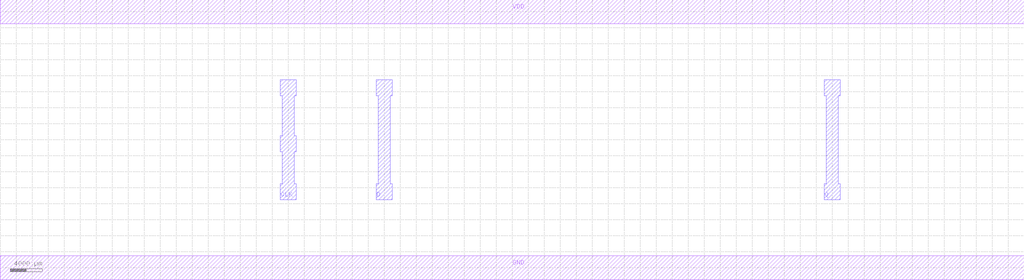
<source format=lef>
MACRO DFFNEGX1
 CLASS CORE ;
 ORIGIN 0 0 ;
 FOREIGN DFFNEGX1 0 0 ;
 SITE CORE ;
 SYMMETRY X Y R90 ;
  PIN VDD
   DIRECTION INOUT ;
   USE SIGNAL ;
   SHAPE ABUTMENT ;
    PORT
     CLASS CORE ;
       LAYER metal1 ;
        RECT 0.00000000 30500.00000000 128000.00000000 33500.00000000 ;
    END
  END VDD

  PIN GND
   DIRECTION INOUT ;
   USE SIGNAL ;
   SHAPE ABUTMENT ;
    PORT
     CLASS CORE ;
       LAYER metal1 ;
        RECT 0.00000000 -1500.00000000 128000.00000000 1500.00000000 ;
    END
  END GND

  PIN Q
   DIRECTION INOUT ;
   USE SIGNAL ;
   SHAPE ABUTMENT ;
    PORT
     CLASS CORE ;
       LAYER metal2 ;
        POLYGON 103000.00000000 8500.00000000 103000.00000000 10500.00000000 103250.00000000 10500.00000000 103250.00000000 21500.00000000 103000.00000000 21500.00000000 103000.00000000 23500.00000000 105000.00000000 23500.00000000 105000.00000000 21500.00000000 104750.00000000 21500.00000000 104750.00000000 10500.00000000 105000.00000000 10500.00000000 105000.00000000 8500.00000000 ;
    END
  END Q

  PIN CLK
   DIRECTION INOUT ;
   USE SIGNAL ;
   SHAPE ABUTMENT ;
    PORT
     CLASS CORE ;
       LAYER metal2 ;
        POLYGON 35000.00000000 8500.00000000 35000.00000000 10500.00000000 35250.00000000 10500.00000000 35250.00000000 14500.00000000 35000.00000000 14500.00000000 35000.00000000 16500.00000000 35250.00000000 16500.00000000 35250.00000000 21500.00000000 35000.00000000 21500.00000000 35000.00000000 23500.00000000 37000.00000000 23500.00000000 37000.00000000 21500.00000000 36750.00000000 21500.00000000 36750.00000000 16500.00000000 37000.00000000 16500.00000000 37000.00000000 14500.00000000 36750.00000000 14500.00000000 36750.00000000 10500.00000000 37000.00000000 10500.00000000 37000.00000000 8500.00000000 ;
    END
  END CLK

  PIN D
   DIRECTION INOUT ;
   USE SIGNAL ;
   SHAPE ABUTMENT ;
    PORT
     CLASS CORE ;
       LAYER metal2 ;
        POLYGON 47000.00000000 8500.00000000 47000.00000000 10500.00000000 47250.00000000 10500.00000000 47250.00000000 21500.00000000 47000.00000000 21500.00000000 47000.00000000 23500.00000000 49000.00000000 23500.00000000 49000.00000000 21500.00000000 48750.00000000 21500.00000000 48750.00000000 10500.00000000 49000.00000000 10500.00000000 49000.00000000 8500.00000000 ;
    END
  END D


END DFFNEGX1

</source>
